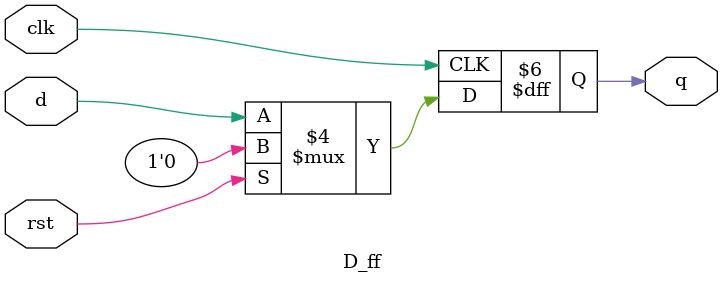
<source format=v>


module D_ff (d,rst,clk,q);
    input d,rst,clk;
    output reg q;
initial begin 
    q = 0;
end  

always @(posedge clk) begin
    if (rst) begin
        q <=1'b0;
    end
    else begin
        q <=d;
    end
end
endmodule

</source>
